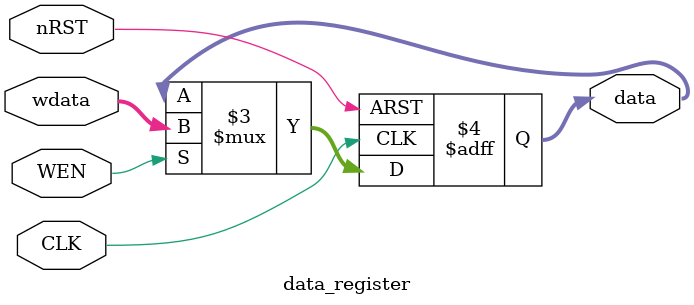
<source format=sv>

/*  
*   Simple data register to hold a single 8-bit word.
*   WEN - Write Enable. Value on 'wdata' line will be
*         written in to the register if WEN is high.
*   wdata - data to be written in to the register.
*   register - current register contents to be read.
*/
module data_register(
    input CLK, nRST,
    input logic WEN,
    input logic [7:0] wdata,
    output logic [7:0] data
);

    always_ff @(posedge CLK, negedge nRST) begin
        if(!nRST) begin
            data <= '0;
        end else begin
            data <= (WEN) ? wdata : data;
        end
    end

endmodule

</source>
